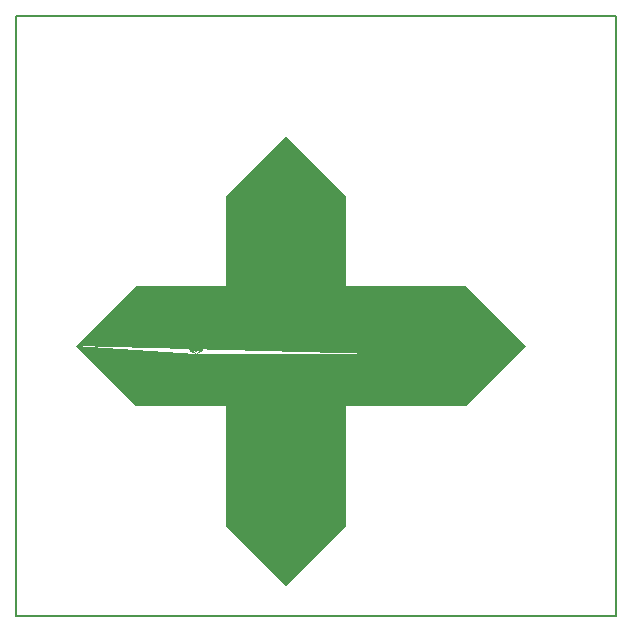
<source format=gtl>
G04 Format statement*
%FSLAX23Y23*%
%MOIN*%
G04 Apeture information*
%ADD10C,.003*%
%ADD11C,.005*%
%ADD12C,.001*%
%ADD13C,.008*%
%ADD14C,.040*%
%ADD15C,.046*%
%ADD16C,.006*%
G04 End of apeture information*
D13*D02*X0Y0*D01*X0Y2000*D02*
D02*X0Y2000*D01*X2000Y2000*D02*
D02*X2000Y0*D01*X2000Y2000*D02*
D02*X0Y0*D01*X2000Y0*D02*
D14*D02*X600Y900*D03*
D02*X1200Y900*D03*
D02*X1300Y900*D03*
D12*
G36*
X200Y900D02*X400Y700D01*X600Y700D01*X600Y872D01*G74*G01X600Y872D02*G02X572Y900I0J28D01*D02*G01*
G74*G01X572Y900D02*G02X600Y928I28J0D01*D02*G01*
G74*G01X600Y928D02*G02X628Y900I0J28D01*D02*G01*
G74*G01X628Y900D02*G02X600Y872I28J0D01*D02*G01*
X600Y700D01*X700Y700D01*X700Y300D01*X900Y100D01*X1100Y300D01*X1100Y700D01*X1200Y700D01*X1200Y872D01*G74*G01X1200Y872D02*G02X1172Y900I0J28D01*D02*G01*
G74*G01X1172Y900D02*G02X1200Y928I28J0D01*D02*G01*
G74*G01X1200Y928D02*G02X1228Y900I0J28D01*D02*G01*
X1272Y900D01*G74*G01X1272Y900D02*G02X1300Y928I28J0D01*D02*G01*
G74*G01X1300Y928D02*G02X1328Y900I0J28D01*D02*G01*
G74*G01X1328Y900D02*G02X1300Y872I28J0D01*D02*G01*
G74*G01X1300Y872D02*G02X1272Y900I0J28D01*D02*G01*
X1228Y900D01*G74*G01X1228Y900D02*G02X1200Y872I28J0D01*D02*G01*
X1200Y700D01*X1500Y700D01*X1700Y900D01*X1500Y1100D01*X1100Y1100D01*X1100Y1400D01*X900Y1600D01*X700Y1400D01*X700Y1100D01*X400Y1100D01*X200Y900D01*G37*D02*
M02*

</source>
